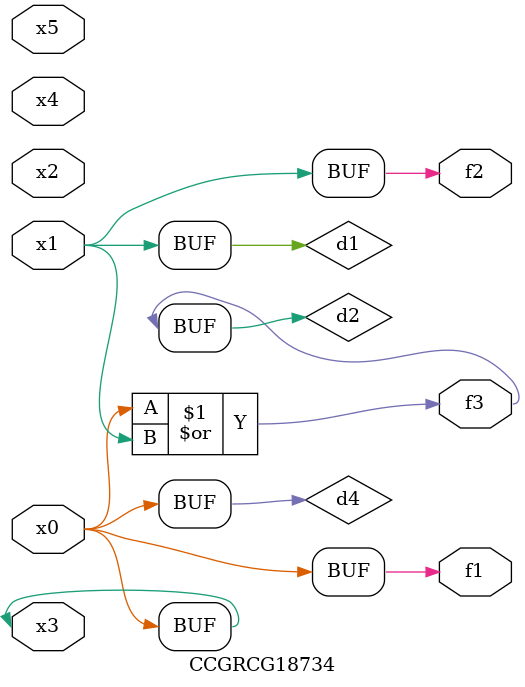
<source format=v>
module CCGRCG18734(
	input x0, x1, x2, x3, x4, x5,
	output f1, f2, f3
);

	wire d1, d2, d3, d4;

	and (d1, x1);
	or (d2, x0, x1);
	nand (d3, x0, x5);
	buf (d4, x0, x3);
	assign f1 = d4;
	assign f2 = d1;
	assign f3 = d2;
endmodule

</source>
